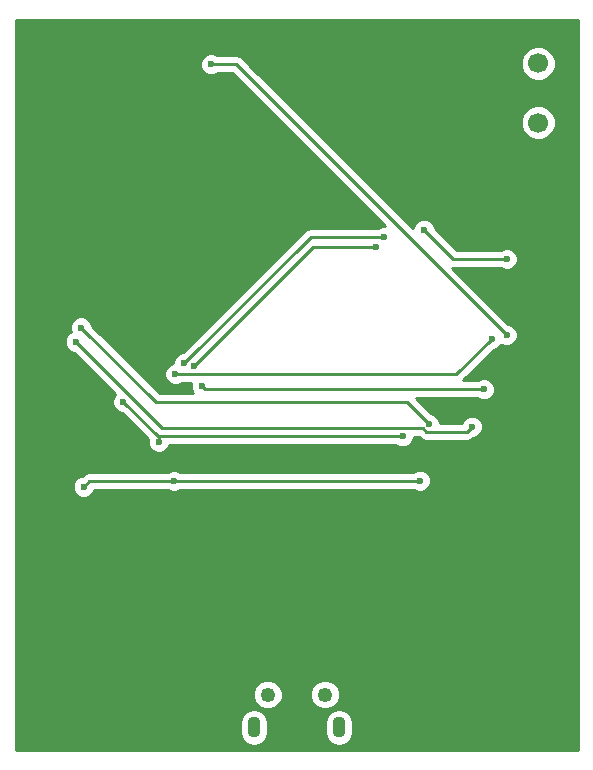
<source format=gbr>
G04 #@! TF.FileFunction,Copper,L2,Bot,Signal*
%FSLAX46Y46*%
G04 Gerber Fmt 4.6, Leading zero omitted, Abs format (unit mm)*
G04 Created by KiCad (PCBNEW 4.0.7) date 03/22/18 13:14:38*
%MOMM*%
%LPD*%
G01*
G04 APERTURE LIST*
%ADD10C,0.100000*%
%ADD11O,1.100000X1.800000*%
%ADD12C,1.250000*%
%ADD13C,1.700000*%
%ADD14C,0.600000*%
%ADD15C,0.250000*%
%ADD16C,0.254000*%
G04 APERTURE END LIST*
D10*
D11*
X98830000Y-92020000D03*
D12*
X100005000Y-89230000D03*
X104855000Y-89230000D03*
D11*
X106030000Y-92020000D03*
D13*
X122900000Y-35800000D03*
X122900000Y-40800000D03*
D14*
X79300000Y-90000000D03*
X79300000Y-88800000D03*
X79300000Y-87500000D03*
X79300000Y-86200000D03*
X79300000Y-78900000D03*
X79300000Y-72500000D03*
X79300000Y-92400000D03*
X79300000Y-91200000D03*
X79300000Y-85000000D03*
X79300000Y-83800000D03*
X79300000Y-82600000D03*
X79300000Y-80200000D03*
X79300000Y-81400000D03*
X79300000Y-77500000D03*
X79300000Y-76200000D03*
X79300000Y-74900000D03*
X79300000Y-73700000D03*
X79300000Y-71200000D03*
X79300000Y-69900000D03*
X79300000Y-68700000D03*
X79300000Y-67400000D03*
X79300000Y-66000000D03*
X79300000Y-64600000D03*
X79300000Y-63200000D03*
X79300000Y-61900000D03*
X79300000Y-60500000D03*
X79300000Y-59000000D03*
X79300000Y-57600000D03*
X79300000Y-56200000D03*
X79300000Y-54800000D03*
X79300000Y-53400000D03*
X79300000Y-52100000D03*
X79300000Y-50900000D03*
X92065600Y-71148600D03*
X112899600Y-71115000D03*
X84419200Y-71638600D03*
X108100000Y-84800000D03*
X111426400Y-67357800D03*
X87764700Y-64447700D03*
X90779900Y-67850000D03*
X94412200Y-63114800D03*
X118324700Y-63393800D03*
X109197900Y-51345200D03*
X93764700Y-61431300D03*
X92950000Y-61201500D03*
X109874700Y-50524000D03*
X118981100Y-59089100D03*
X92185600Y-62090000D03*
X120245400Y-58787500D03*
X95212800Y-35877500D03*
X120242800Y-52346400D03*
X113233500Y-49868200D03*
X113657100Y-66345700D03*
X84194000Y-58157500D03*
X117299200Y-66547200D03*
X83733600Y-59358300D03*
D15*
X79300000Y-71200000D02*
X79200000Y-71200000D01*
X92099200Y-71115000D02*
X112899600Y-71115000D01*
X92065600Y-71148600D02*
X92099200Y-71115000D01*
X84909200Y-71148600D02*
X84419200Y-71638600D01*
X92065600Y-71148600D02*
X84909200Y-71148600D01*
X90779900Y-67357800D02*
X90779900Y-67850000D01*
X111426400Y-67357800D02*
X90779900Y-67357800D01*
X90674800Y-67357800D02*
X87764700Y-64447700D01*
X90779900Y-67357800D02*
X90674800Y-67357800D01*
X94691200Y-63393800D02*
X118324700Y-63393800D01*
X94412200Y-63114800D02*
X94691200Y-63393800D01*
X103850800Y-51345200D02*
X109197900Y-51345200D01*
X93764700Y-61431300D02*
X103850800Y-51345200D01*
X103627500Y-50524000D02*
X109874700Y-50524000D01*
X92950000Y-61201500D02*
X103627500Y-50524000D01*
X115980200Y-62090000D02*
X92185600Y-62090000D01*
X118981100Y-59089100D02*
X115980200Y-62090000D01*
X97335400Y-35877500D02*
X95212800Y-35877500D01*
X120245400Y-58787500D02*
X97335400Y-35877500D01*
X115711700Y-52346400D02*
X120242800Y-52346400D01*
X113233500Y-49868200D02*
X115711700Y-52346400D01*
X90530900Y-64494400D02*
X84194000Y-58157500D01*
X111805800Y-64494400D02*
X90530900Y-64494400D01*
X113657100Y-66345700D02*
X111805800Y-64494400D01*
X116875400Y-66971000D02*
X117299200Y-66547200D01*
X113398100Y-66971000D02*
X116875400Y-66971000D01*
X113108500Y-66681400D02*
X113398100Y-66971000D01*
X91056700Y-66681400D02*
X113108500Y-66681400D01*
X83733600Y-59358300D02*
X91056700Y-66681400D01*
D16*
G36*
X126240000Y-93940000D02*
X78660000Y-93940000D01*
X78660000Y-91639928D01*
X97645000Y-91639928D01*
X97645000Y-92400072D01*
X97735203Y-92853552D01*
X97992078Y-93237994D01*
X98376520Y-93494869D01*
X98830000Y-93585072D01*
X99283480Y-93494869D01*
X99667922Y-93237994D01*
X99924797Y-92853552D01*
X100015000Y-92400072D01*
X100015000Y-91639928D01*
X104845000Y-91639928D01*
X104845000Y-92400072D01*
X104935203Y-92853552D01*
X105192078Y-93237994D01*
X105576520Y-93494869D01*
X106030000Y-93585072D01*
X106483480Y-93494869D01*
X106867922Y-93237994D01*
X107124797Y-92853552D01*
X107215000Y-92400072D01*
X107215000Y-91639928D01*
X107124797Y-91186448D01*
X106867922Y-90802006D01*
X106483480Y-90545131D01*
X106030000Y-90454928D01*
X105576520Y-90545131D01*
X105192078Y-90802006D01*
X104935203Y-91186448D01*
X104845000Y-91639928D01*
X100015000Y-91639928D01*
X99924797Y-91186448D01*
X99667922Y-90802006D01*
X99283480Y-90545131D01*
X98830000Y-90454928D01*
X98376520Y-90545131D01*
X97992078Y-90802006D01*
X97735203Y-91186448D01*
X97645000Y-91639928D01*
X78660000Y-91639928D01*
X78660000Y-89479530D01*
X98744782Y-89479530D01*
X98936201Y-89942800D01*
X99290335Y-90297553D01*
X99753271Y-90489781D01*
X100254530Y-90490218D01*
X100717800Y-90298799D01*
X101072553Y-89944665D01*
X101264781Y-89481729D01*
X101264782Y-89479530D01*
X103594782Y-89479530D01*
X103786201Y-89942800D01*
X104140335Y-90297553D01*
X104603271Y-90489781D01*
X105104530Y-90490218D01*
X105567800Y-90298799D01*
X105922553Y-89944665D01*
X106114781Y-89481729D01*
X106115218Y-88980470D01*
X105923799Y-88517200D01*
X105569665Y-88162447D01*
X105106729Y-87970219D01*
X104605470Y-87969782D01*
X104142200Y-88161201D01*
X103787447Y-88515335D01*
X103595219Y-88978271D01*
X103594782Y-89479530D01*
X101264782Y-89479530D01*
X101265218Y-88980470D01*
X101073799Y-88517200D01*
X100719665Y-88162447D01*
X100256729Y-87970219D01*
X99755470Y-87969782D01*
X99292200Y-88161201D01*
X98937447Y-88515335D01*
X98745219Y-88978271D01*
X98744782Y-89479530D01*
X78660000Y-89479530D01*
X78660000Y-71823767D01*
X83484038Y-71823767D01*
X83626083Y-72167543D01*
X83888873Y-72430792D01*
X84232401Y-72573438D01*
X84604367Y-72573762D01*
X84948143Y-72431717D01*
X85211392Y-72168927D01*
X85319490Y-71908600D01*
X91503137Y-71908600D01*
X91535273Y-71940792D01*
X91878801Y-72083438D01*
X92250767Y-72083762D01*
X92594543Y-71941717D01*
X92661377Y-71875000D01*
X112337137Y-71875000D01*
X112369273Y-71907192D01*
X112712801Y-72049838D01*
X113084767Y-72050162D01*
X113428543Y-71908117D01*
X113691792Y-71645327D01*
X113834438Y-71301799D01*
X113834762Y-70929833D01*
X113692717Y-70586057D01*
X113429927Y-70322808D01*
X113086399Y-70180162D01*
X112714433Y-70179838D01*
X112370657Y-70321883D01*
X112337482Y-70355000D01*
X92592536Y-70355000D01*
X92252399Y-70213762D01*
X91880433Y-70213438D01*
X91536657Y-70355483D01*
X91503482Y-70388600D01*
X84909200Y-70388600D01*
X84618361Y-70446452D01*
X84371799Y-70611199D01*
X84279520Y-70703478D01*
X84234033Y-70703438D01*
X83890257Y-70845483D01*
X83627008Y-71108273D01*
X83484362Y-71451801D01*
X83484038Y-71823767D01*
X78660000Y-71823767D01*
X78660000Y-59543467D01*
X82798438Y-59543467D01*
X82940483Y-59887243D01*
X83203273Y-60150492D01*
X83546801Y-60293138D01*
X83593677Y-60293179D01*
X87095297Y-63794799D01*
X86972508Y-63917373D01*
X86829862Y-64260901D01*
X86829538Y-64632867D01*
X86971583Y-64976643D01*
X87234373Y-65239892D01*
X87577901Y-65382538D01*
X87624777Y-65382579D01*
X89862765Y-67620567D01*
X89845062Y-67663201D01*
X89844738Y-68035167D01*
X89986783Y-68378943D01*
X90249573Y-68642192D01*
X90593101Y-68784838D01*
X90965067Y-68785162D01*
X91308843Y-68643117D01*
X91572092Y-68380327D01*
X91681103Y-68117800D01*
X110863937Y-68117800D01*
X110896073Y-68149992D01*
X111239601Y-68292638D01*
X111611567Y-68292962D01*
X111955343Y-68150917D01*
X112218592Y-67888127D01*
X112361238Y-67544599D01*
X112361328Y-67441400D01*
X112793698Y-67441400D01*
X112860699Y-67508401D01*
X113107260Y-67673148D01*
X113398100Y-67731000D01*
X116875400Y-67731000D01*
X117166239Y-67673148D01*
X117412801Y-67508401D01*
X117438880Y-67482322D01*
X117484367Y-67482362D01*
X117828143Y-67340317D01*
X118091392Y-67077527D01*
X118234038Y-66733999D01*
X118234362Y-66362033D01*
X118092317Y-66018257D01*
X117829527Y-65755008D01*
X117485999Y-65612362D01*
X117114033Y-65612038D01*
X116770257Y-65754083D01*
X116507008Y-66016873D01*
X116426399Y-66211000D01*
X114592218Y-66211000D01*
X114592262Y-66160533D01*
X114450217Y-65816757D01*
X114187427Y-65553508D01*
X113843899Y-65410862D01*
X113797023Y-65410821D01*
X112540002Y-64153800D01*
X117762237Y-64153800D01*
X117794373Y-64185992D01*
X118137901Y-64328638D01*
X118509867Y-64328962D01*
X118853643Y-64186917D01*
X119116892Y-63924127D01*
X119259538Y-63580599D01*
X119259862Y-63208633D01*
X119117817Y-62864857D01*
X118855027Y-62601608D01*
X118511499Y-62458962D01*
X118139533Y-62458638D01*
X117795757Y-62600683D01*
X117762582Y-62633800D01*
X116508024Y-62633800D01*
X116517601Y-62627401D01*
X119120780Y-60024222D01*
X119166267Y-60024262D01*
X119510043Y-59882217D01*
X119773292Y-59619427D01*
X119778803Y-59606155D01*
X120058601Y-59722338D01*
X120430567Y-59722662D01*
X120774343Y-59580617D01*
X121037592Y-59317827D01*
X121180238Y-58974299D01*
X121180562Y-58602333D01*
X121038517Y-58258557D01*
X120775727Y-57995308D01*
X120432199Y-57852662D01*
X120385323Y-57852621D01*
X115621076Y-53088374D01*
X115711700Y-53106400D01*
X119680337Y-53106400D01*
X119712473Y-53138592D01*
X120056001Y-53281238D01*
X120427967Y-53281562D01*
X120771743Y-53139517D01*
X121034992Y-52876727D01*
X121177638Y-52533199D01*
X121177962Y-52161233D01*
X121035917Y-51817457D01*
X120773127Y-51554208D01*
X120429599Y-51411562D01*
X120057633Y-51411238D01*
X119713857Y-51553283D01*
X119680682Y-51586400D01*
X116026502Y-51586400D01*
X114168622Y-49728520D01*
X114168662Y-49683033D01*
X114026617Y-49339257D01*
X113763827Y-49076008D01*
X113420299Y-48933362D01*
X113048333Y-48933038D01*
X112704557Y-49075083D01*
X112441308Y-49337873D01*
X112298662Y-49681401D01*
X112298588Y-49765886D01*
X103626791Y-41094089D01*
X121414743Y-41094089D01*
X121640344Y-41640086D01*
X122057717Y-42058188D01*
X122603319Y-42284742D01*
X123194089Y-42285257D01*
X123740086Y-42059656D01*
X124158188Y-41642283D01*
X124384742Y-41096681D01*
X124385257Y-40505911D01*
X124159656Y-39959914D01*
X123742283Y-39541812D01*
X123196681Y-39315258D01*
X122605911Y-39314743D01*
X122059914Y-39540344D01*
X121641812Y-39957717D01*
X121415258Y-40503319D01*
X121414743Y-41094089D01*
X103626791Y-41094089D01*
X98626791Y-36094089D01*
X121414743Y-36094089D01*
X121640344Y-36640086D01*
X122057717Y-37058188D01*
X122603319Y-37284742D01*
X123194089Y-37285257D01*
X123740086Y-37059656D01*
X124158188Y-36642283D01*
X124384742Y-36096681D01*
X124385257Y-35505911D01*
X124159656Y-34959914D01*
X123742283Y-34541812D01*
X123196681Y-34315258D01*
X122605911Y-34314743D01*
X122059914Y-34540344D01*
X121641812Y-34957717D01*
X121415258Y-35503319D01*
X121414743Y-36094089D01*
X98626791Y-36094089D01*
X97872801Y-35340099D01*
X97626239Y-35175352D01*
X97335400Y-35117500D01*
X95775263Y-35117500D01*
X95743127Y-35085308D01*
X95399599Y-34942662D01*
X95027633Y-34942338D01*
X94683857Y-35084383D01*
X94420608Y-35347173D01*
X94277962Y-35690701D01*
X94277638Y-36062667D01*
X94419683Y-36406443D01*
X94682473Y-36669692D01*
X95026001Y-36812338D01*
X95397967Y-36812662D01*
X95741743Y-36670617D01*
X95774918Y-36637500D01*
X97020598Y-36637500D01*
X109972182Y-49589084D01*
X109689533Y-49588838D01*
X109345757Y-49730883D01*
X109312582Y-49764000D01*
X103627500Y-49764000D01*
X103336660Y-49821852D01*
X103090099Y-49986599D01*
X92810320Y-60266378D01*
X92764833Y-60266338D01*
X92421057Y-60408383D01*
X92157808Y-60671173D01*
X92015162Y-61014701D01*
X92015040Y-61154851D01*
X92000433Y-61154838D01*
X91656657Y-61296883D01*
X91393408Y-61559673D01*
X91250762Y-61903201D01*
X91250438Y-62275167D01*
X91392483Y-62618943D01*
X91655273Y-62882192D01*
X91998801Y-63024838D01*
X92370767Y-63025162D01*
X92714543Y-62883117D01*
X92747718Y-62850000D01*
X93509751Y-62850000D01*
X93477362Y-62928001D01*
X93477038Y-63299967D01*
X93619083Y-63643743D01*
X93709582Y-63734400D01*
X90845702Y-63734400D01*
X85129122Y-58017820D01*
X85129162Y-57972333D01*
X84987117Y-57628557D01*
X84724327Y-57365308D01*
X84380799Y-57222662D01*
X84008833Y-57222338D01*
X83665057Y-57364383D01*
X83401808Y-57627173D01*
X83259162Y-57970701D01*
X83258838Y-58342667D01*
X83329471Y-58513611D01*
X83204657Y-58565183D01*
X82941408Y-58827973D01*
X82798762Y-59171501D01*
X82798438Y-59543467D01*
X78660000Y-59543467D01*
X78660000Y-32110000D01*
X126240000Y-32110000D01*
X126240000Y-93940000D01*
X126240000Y-93940000D01*
G37*
X126240000Y-93940000D02*
X78660000Y-93940000D01*
X78660000Y-91639928D01*
X97645000Y-91639928D01*
X97645000Y-92400072D01*
X97735203Y-92853552D01*
X97992078Y-93237994D01*
X98376520Y-93494869D01*
X98830000Y-93585072D01*
X99283480Y-93494869D01*
X99667922Y-93237994D01*
X99924797Y-92853552D01*
X100015000Y-92400072D01*
X100015000Y-91639928D01*
X104845000Y-91639928D01*
X104845000Y-92400072D01*
X104935203Y-92853552D01*
X105192078Y-93237994D01*
X105576520Y-93494869D01*
X106030000Y-93585072D01*
X106483480Y-93494869D01*
X106867922Y-93237994D01*
X107124797Y-92853552D01*
X107215000Y-92400072D01*
X107215000Y-91639928D01*
X107124797Y-91186448D01*
X106867922Y-90802006D01*
X106483480Y-90545131D01*
X106030000Y-90454928D01*
X105576520Y-90545131D01*
X105192078Y-90802006D01*
X104935203Y-91186448D01*
X104845000Y-91639928D01*
X100015000Y-91639928D01*
X99924797Y-91186448D01*
X99667922Y-90802006D01*
X99283480Y-90545131D01*
X98830000Y-90454928D01*
X98376520Y-90545131D01*
X97992078Y-90802006D01*
X97735203Y-91186448D01*
X97645000Y-91639928D01*
X78660000Y-91639928D01*
X78660000Y-89479530D01*
X98744782Y-89479530D01*
X98936201Y-89942800D01*
X99290335Y-90297553D01*
X99753271Y-90489781D01*
X100254530Y-90490218D01*
X100717800Y-90298799D01*
X101072553Y-89944665D01*
X101264781Y-89481729D01*
X101264782Y-89479530D01*
X103594782Y-89479530D01*
X103786201Y-89942800D01*
X104140335Y-90297553D01*
X104603271Y-90489781D01*
X105104530Y-90490218D01*
X105567800Y-90298799D01*
X105922553Y-89944665D01*
X106114781Y-89481729D01*
X106115218Y-88980470D01*
X105923799Y-88517200D01*
X105569665Y-88162447D01*
X105106729Y-87970219D01*
X104605470Y-87969782D01*
X104142200Y-88161201D01*
X103787447Y-88515335D01*
X103595219Y-88978271D01*
X103594782Y-89479530D01*
X101264782Y-89479530D01*
X101265218Y-88980470D01*
X101073799Y-88517200D01*
X100719665Y-88162447D01*
X100256729Y-87970219D01*
X99755470Y-87969782D01*
X99292200Y-88161201D01*
X98937447Y-88515335D01*
X98745219Y-88978271D01*
X98744782Y-89479530D01*
X78660000Y-89479530D01*
X78660000Y-71823767D01*
X83484038Y-71823767D01*
X83626083Y-72167543D01*
X83888873Y-72430792D01*
X84232401Y-72573438D01*
X84604367Y-72573762D01*
X84948143Y-72431717D01*
X85211392Y-72168927D01*
X85319490Y-71908600D01*
X91503137Y-71908600D01*
X91535273Y-71940792D01*
X91878801Y-72083438D01*
X92250767Y-72083762D01*
X92594543Y-71941717D01*
X92661377Y-71875000D01*
X112337137Y-71875000D01*
X112369273Y-71907192D01*
X112712801Y-72049838D01*
X113084767Y-72050162D01*
X113428543Y-71908117D01*
X113691792Y-71645327D01*
X113834438Y-71301799D01*
X113834762Y-70929833D01*
X113692717Y-70586057D01*
X113429927Y-70322808D01*
X113086399Y-70180162D01*
X112714433Y-70179838D01*
X112370657Y-70321883D01*
X112337482Y-70355000D01*
X92592536Y-70355000D01*
X92252399Y-70213762D01*
X91880433Y-70213438D01*
X91536657Y-70355483D01*
X91503482Y-70388600D01*
X84909200Y-70388600D01*
X84618361Y-70446452D01*
X84371799Y-70611199D01*
X84279520Y-70703478D01*
X84234033Y-70703438D01*
X83890257Y-70845483D01*
X83627008Y-71108273D01*
X83484362Y-71451801D01*
X83484038Y-71823767D01*
X78660000Y-71823767D01*
X78660000Y-59543467D01*
X82798438Y-59543467D01*
X82940483Y-59887243D01*
X83203273Y-60150492D01*
X83546801Y-60293138D01*
X83593677Y-60293179D01*
X87095297Y-63794799D01*
X86972508Y-63917373D01*
X86829862Y-64260901D01*
X86829538Y-64632867D01*
X86971583Y-64976643D01*
X87234373Y-65239892D01*
X87577901Y-65382538D01*
X87624777Y-65382579D01*
X89862765Y-67620567D01*
X89845062Y-67663201D01*
X89844738Y-68035167D01*
X89986783Y-68378943D01*
X90249573Y-68642192D01*
X90593101Y-68784838D01*
X90965067Y-68785162D01*
X91308843Y-68643117D01*
X91572092Y-68380327D01*
X91681103Y-68117800D01*
X110863937Y-68117800D01*
X110896073Y-68149992D01*
X111239601Y-68292638D01*
X111611567Y-68292962D01*
X111955343Y-68150917D01*
X112218592Y-67888127D01*
X112361238Y-67544599D01*
X112361328Y-67441400D01*
X112793698Y-67441400D01*
X112860699Y-67508401D01*
X113107260Y-67673148D01*
X113398100Y-67731000D01*
X116875400Y-67731000D01*
X117166239Y-67673148D01*
X117412801Y-67508401D01*
X117438880Y-67482322D01*
X117484367Y-67482362D01*
X117828143Y-67340317D01*
X118091392Y-67077527D01*
X118234038Y-66733999D01*
X118234362Y-66362033D01*
X118092317Y-66018257D01*
X117829527Y-65755008D01*
X117485999Y-65612362D01*
X117114033Y-65612038D01*
X116770257Y-65754083D01*
X116507008Y-66016873D01*
X116426399Y-66211000D01*
X114592218Y-66211000D01*
X114592262Y-66160533D01*
X114450217Y-65816757D01*
X114187427Y-65553508D01*
X113843899Y-65410862D01*
X113797023Y-65410821D01*
X112540002Y-64153800D01*
X117762237Y-64153800D01*
X117794373Y-64185992D01*
X118137901Y-64328638D01*
X118509867Y-64328962D01*
X118853643Y-64186917D01*
X119116892Y-63924127D01*
X119259538Y-63580599D01*
X119259862Y-63208633D01*
X119117817Y-62864857D01*
X118855027Y-62601608D01*
X118511499Y-62458962D01*
X118139533Y-62458638D01*
X117795757Y-62600683D01*
X117762582Y-62633800D01*
X116508024Y-62633800D01*
X116517601Y-62627401D01*
X119120780Y-60024222D01*
X119166267Y-60024262D01*
X119510043Y-59882217D01*
X119773292Y-59619427D01*
X119778803Y-59606155D01*
X120058601Y-59722338D01*
X120430567Y-59722662D01*
X120774343Y-59580617D01*
X121037592Y-59317827D01*
X121180238Y-58974299D01*
X121180562Y-58602333D01*
X121038517Y-58258557D01*
X120775727Y-57995308D01*
X120432199Y-57852662D01*
X120385323Y-57852621D01*
X115621076Y-53088374D01*
X115711700Y-53106400D01*
X119680337Y-53106400D01*
X119712473Y-53138592D01*
X120056001Y-53281238D01*
X120427967Y-53281562D01*
X120771743Y-53139517D01*
X121034992Y-52876727D01*
X121177638Y-52533199D01*
X121177962Y-52161233D01*
X121035917Y-51817457D01*
X120773127Y-51554208D01*
X120429599Y-51411562D01*
X120057633Y-51411238D01*
X119713857Y-51553283D01*
X119680682Y-51586400D01*
X116026502Y-51586400D01*
X114168622Y-49728520D01*
X114168662Y-49683033D01*
X114026617Y-49339257D01*
X113763827Y-49076008D01*
X113420299Y-48933362D01*
X113048333Y-48933038D01*
X112704557Y-49075083D01*
X112441308Y-49337873D01*
X112298662Y-49681401D01*
X112298588Y-49765886D01*
X103626791Y-41094089D01*
X121414743Y-41094089D01*
X121640344Y-41640086D01*
X122057717Y-42058188D01*
X122603319Y-42284742D01*
X123194089Y-42285257D01*
X123740086Y-42059656D01*
X124158188Y-41642283D01*
X124384742Y-41096681D01*
X124385257Y-40505911D01*
X124159656Y-39959914D01*
X123742283Y-39541812D01*
X123196681Y-39315258D01*
X122605911Y-39314743D01*
X122059914Y-39540344D01*
X121641812Y-39957717D01*
X121415258Y-40503319D01*
X121414743Y-41094089D01*
X103626791Y-41094089D01*
X98626791Y-36094089D01*
X121414743Y-36094089D01*
X121640344Y-36640086D01*
X122057717Y-37058188D01*
X122603319Y-37284742D01*
X123194089Y-37285257D01*
X123740086Y-37059656D01*
X124158188Y-36642283D01*
X124384742Y-36096681D01*
X124385257Y-35505911D01*
X124159656Y-34959914D01*
X123742283Y-34541812D01*
X123196681Y-34315258D01*
X122605911Y-34314743D01*
X122059914Y-34540344D01*
X121641812Y-34957717D01*
X121415258Y-35503319D01*
X121414743Y-36094089D01*
X98626791Y-36094089D01*
X97872801Y-35340099D01*
X97626239Y-35175352D01*
X97335400Y-35117500D01*
X95775263Y-35117500D01*
X95743127Y-35085308D01*
X95399599Y-34942662D01*
X95027633Y-34942338D01*
X94683857Y-35084383D01*
X94420608Y-35347173D01*
X94277962Y-35690701D01*
X94277638Y-36062667D01*
X94419683Y-36406443D01*
X94682473Y-36669692D01*
X95026001Y-36812338D01*
X95397967Y-36812662D01*
X95741743Y-36670617D01*
X95774918Y-36637500D01*
X97020598Y-36637500D01*
X109972182Y-49589084D01*
X109689533Y-49588838D01*
X109345757Y-49730883D01*
X109312582Y-49764000D01*
X103627500Y-49764000D01*
X103336660Y-49821852D01*
X103090099Y-49986599D01*
X92810320Y-60266378D01*
X92764833Y-60266338D01*
X92421057Y-60408383D01*
X92157808Y-60671173D01*
X92015162Y-61014701D01*
X92015040Y-61154851D01*
X92000433Y-61154838D01*
X91656657Y-61296883D01*
X91393408Y-61559673D01*
X91250762Y-61903201D01*
X91250438Y-62275167D01*
X91392483Y-62618943D01*
X91655273Y-62882192D01*
X91998801Y-63024838D01*
X92370767Y-63025162D01*
X92714543Y-62883117D01*
X92747718Y-62850000D01*
X93509751Y-62850000D01*
X93477362Y-62928001D01*
X93477038Y-63299967D01*
X93619083Y-63643743D01*
X93709582Y-63734400D01*
X90845702Y-63734400D01*
X85129122Y-58017820D01*
X85129162Y-57972333D01*
X84987117Y-57628557D01*
X84724327Y-57365308D01*
X84380799Y-57222662D01*
X84008833Y-57222338D01*
X83665057Y-57364383D01*
X83401808Y-57627173D01*
X83259162Y-57970701D01*
X83258838Y-58342667D01*
X83329471Y-58513611D01*
X83204657Y-58565183D01*
X82941408Y-58827973D01*
X82798762Y-59171501D01*
X82798438Y-59543467D01*
X78660000Y-59543467D01*
X78660000Y-32110000D01*
X126240000Y-32110000D01*
X126240000Y-93940000D01*
M02*

</source>
